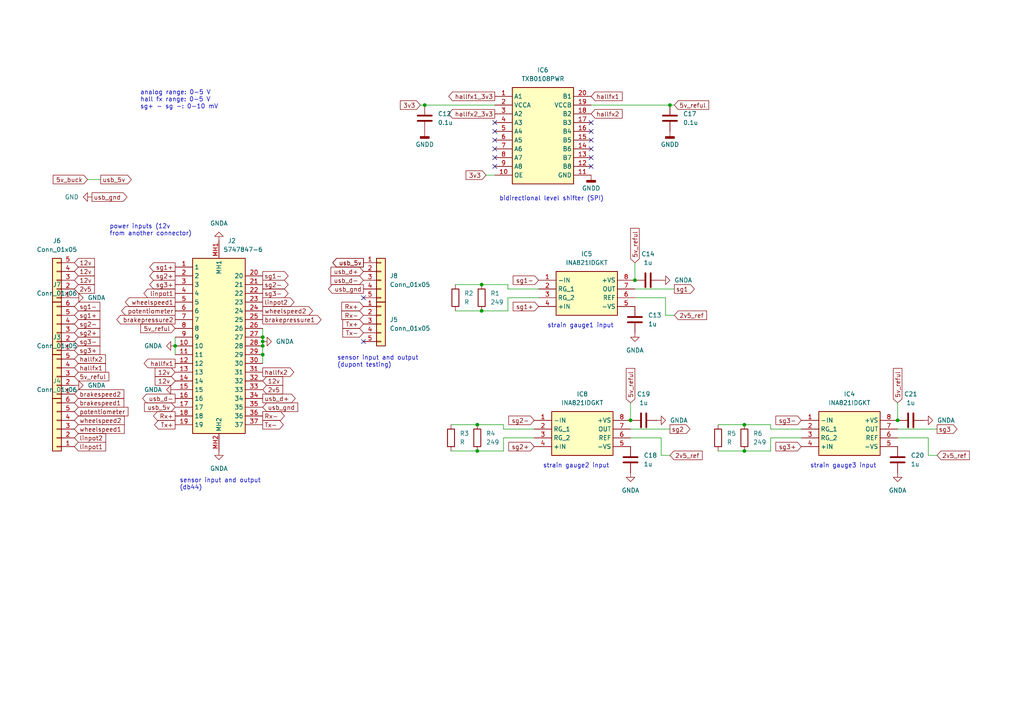
<source format=kicad_sch>
(kicad_sch (version 20230121) (generator eeschema)
  (paper "A4")
  (lib_symbols
    (symbol "21xt_symbols:5747847-6"
      (property "Reference" "J" (at 57.15 12.7 0))
      (property "Value" "5747847-6" (at 57.15 10.16 0))
      (symbol "5747847-6_1_1"
        (rectangle (start 5.08 7.62) (end 55.88 -7.62) (stroke (width 0.254)) (fill (type background)))
        (pin passive line (at 53.34 12.7 270) (length 5.08) (name "1") (number "1"))
        (pin passive line (at 30.48 12.7 270) (length 5.08) (name "10") (number "10"))
        (pin passive line (at 27.94 12.7 270) (length 5.08) (name "11") (number "11"))
        (pin passive line (at 25.4 12.7 270) (length 5.08) (name "12") (number "12"))
        (pin passive line (at 22.86 12.7 270) (length 5.08) (name "13") (number "13"))
        (pin passive line (at 20.32 12.7 270) (length 5.08) (name "14") (number "14"))
        (pin passive line (at 17.78 12.7 270) (length 5.08) (name "15") (number "15"))
        (pin passive line (at 15.24 12.7 270) (length 5.08) (name "16") (number "16"))
        (pin passive line (at 12.7 12.7 270) (length 5.08) (name "17") (number "17"))
        (pin passive line (at 10.16 12.7 270) (length 5.08) (name "18") (number "18"))
        (pin passive line (at 7.62 12.7 270) (length 5.08) (name "19") (number "19"))
        (pin passive line (at 50.8 12.7 270) (length 5.08) (name "2") (number "2"))
        (pin passive line (at 50.8 -12.7 90) (length 5.08) (name "20") (number "20"))
        (pin passive line (at 48.26 -12.7 90) (length 5.08) (name "21") (number "21"))
        (pin passive line (at 45.72 -12.7 90) (length 5.08) (name "22") (number "22"))
        (pin passive line (at 43.18 -12.7 90) (length 5.08) (name "23") (number "23"))
        (pin passive line (at 40.64 -12.7 90) (length 5.08) (name "24") (number "24"))
        (pin passive line (at 38.1 -12.7 90) (length 5.08) (name "25") (number "25"))
        (pin passive line (at 35.56 -12.7 90) (length 5.08) (name "26") (number "26"))
        (pin passive line (at 33.02 -12.7 90) (length 5.08) (name "27") (number "27"))
        (pin passive line (at 30.48 -12.7 90) (length 5.08) (name "28") (number "28"))
        (pin passive line (at 27.94 -12.7 90) (length 5.08) (name "29") (number "29"))
        (pin passive line (at 48.26 12.7 270) (length 5.08) (name "3") (number "3"))
        (pin passive line (at 25.4 -12.7 90) (length 5.08) (name "30") (number "30"))
        (pin passive line (at 22.86 -12.7 90) (length 5.08) (name "31") (number "31"))
        (pin passive line (at 20.32 -12.7 90) (length 5.08) (name "32") (number "32"))
        (pin passive line (at 17.78 -12.7 90) (length 5.08) (name "33") (number "33"))
        (pin passive line (at 15.24 -12.7 90) (length 5.08) (name "34") (number "34"))
        (pin passive line (at 12.7 -12.7 90) (length 5.08) (name "35") (number "35"))
        (pin passive line (at 10.16 -12.7 90) (length 5.08) (name "36") (number "36"))
        (pin passive line (at 7.62 -12.7 90) (length 5.08) (name "37") (number "37"))
        (pin passive line (at 45.72 12.7 270) (length 5.08) (name "4") (number "4"))
        (pin passive line (at 43.18 12.7 270) (length 5.08) (name "5") (number "5"))
        (pin passive line (at 40.64 12.7 270) (length 5.08) (name "6") (number "6"))
        (pin passive line (at 38.1 12.7 270) (length 5.08) (name "7") (number "7"))
        (pin passive line (at 35.56 12.7 270) (length 5.08) (name "8") (number "8"))
        (pin passive line (at 33.02 12.7 270) (length 5.08) (name "9") (number "9"))
        (pin passive line (at 60.96 0 180) (length 5.08) (name "MH1") (number "MH1"))
        (pin passive line (at 0 0 0) (length 5.08) (name "MH2") (number "MH2"))
      )
    )
    (symbol "21xt_symbols:INA821IDGKT"
      (property "Reference" "IC" (at 24.13 7.62 0))
      (property "Value" "INA821IDGKT" (at 24.13 5.08 0))
      (symbol "INA821IDGKT_1_1"
        (rectangle (start 5.08 2.54) (end 22.86 -10.16) (stroke (width 0.254)) (fill (type background)))
        (pin input line (at 0 0 0) (length 5.08) (name "-IN") (number "1"))
        (pin passive line (at 0 -2.54 0) (length 5.08) (name "RG_1") (number "2"))
        (pin passive line (at 0 -5.08 0) (length 5.08) (name "RG_2") (number "3"))
        (pin input line (at 0 -7.62 0) (length 5.08) (name "+IN") (number "4"))
        (pin power_in line (at 27.94 -7.62 180) (length 5.08) (name "-VS") (number "5"))
        (pin passive line (at 27.94 -5.08 180) (length 5.08) (name "REF") (number "6"))
        (pin output line (at 27.94 -2.54 180) (length 5.08) (name "OUT") (number "7"))
        (pin power_in line (at 27.94 0 180) (length 5.08) (name "+VS") (number "8"))
      )
    )
    (symbol "21xt_symbols:TXB0108PWR"
      (property "Reference" "IC" (at 24.13 7.62 0))
      (property "Value" "TXB0108PWR" (at 24.13 5.08 0))
      (symbol "TXB0108PWR_1_1"
        (rectangle (start 5.08 2.54) (end 22.86 -25.4) (stroke (width 0.254)) (fill (type background)))
        (pin passive line (at 0 0 0) (length 5.08) (name "A1") (number "1"))
        (pin passive line (at 0 -22.86 0) (length 5.08) (name "OE") (number "10"))
        (pin passive line (at 27.94 -22.86 180) (length 5.08) (name "GND") (number "11"))
        (pin passive line (at 27.94 -20.32 180) (length 5.08) (name "B8") (number "12"))
        (pin passive line (at 27.94 -17.78 180) (length 5.08) (name "B7") (number "13"))
        (pin passive line (at 27.94 -15.24 180) (length 5.08) (name "B6") (number "14"))
        (pin passive line (at 27.94 -12.7 180) (length 5.08) (name "B5") (number "15"))
        (pin passive line (at 27.94 -10.16 180) (length 5.08) (name "B4") (number "16"))
        (pin passive line (at 27.94 -7.62 180) (length 5.08) (name "B3") (number "17"))
        (pin passive line (at 27.94 -5.08 180) (length 5.08) (name "B2") (number "18"))
        (pin passive line (at 27.94 -2.54 180) (length 5.08) (name "VCCB") (number "19"))
        (pin passive line (at 0 -2.54 0) (length 5.08) (name "VCCA") (number "2"))
        (pin passive line (at 27.94 0 180) (length 5.08) (name "B1") (number "20"))
        (pin passive line (at 0 -5.08 0) (length 5.08) (name "A2") (number "3"))
        (pin passive line (at 0 -7.62 0) (length 5.08) (name "A3") (number "4"))
        (pin passive line (at 0 -10.16 0) (length 5.08) (name "A4") (number "5"))
        (pin passive line (at 0 -12.7 0) (length 5.08) (name "A5") (number "6"))
        (pin passive line (at 0 -15.24 0) (length 5.08) (name "A6") (number "7"))
        (pin passive line (at 0 -17.78 0) (length 5.08) (name "A7") (number "8"))
        (pin passive line (at 0 -20.32 0) (length 5.08) (name "A8") (number "9"))
      )
    )
    (symbol "Connector_Generic:Conn_01x05" (pin_names (offset 1.016) hide)
      (property "Reference" "J" (at 0 7.62 0))
      (property "Value" "Conn_01x05" (at 0 -7.62 0))
      (symbol "Conn_01x05_1_1"
        (rectangle (start -1.27 -4.953) (end 0 -5.207) (stroke (width 0.1524)))
        (rectangle (start -1.27 -2.413) (end 0 -2.667) (stroke (width 0.1524)))
        (rectangle (start -1.27 0.127) (end 0 -0.127) (stroke (width 0.1524)))
        (rectangle (start -1.27 2.667) (end 0 2.413) (stroke (width 0.1524)))
        (rectangle (start -1.27 5.207) (end 0 4.953) (stroke (width 0.1524)))
        (rectangle (start -1.27 6.35) (end 1.27 -6.35) (stroke (width 0.254)) (fill (type background)))
        (pin passive line (at -5.08 5.08 0) (length 3.81) (name "Pin_1") (number "1"))
        (pin passive line (at -5.08 2.54 0) (length 3.81) (name "Pin_2") (number "2"))
        (pin passive line (at -5.08 0 0) (length 3.81) (name "Pin_3") (number "3"))
        (pin passive line (at -5.08 -2.54 0) (length 3.81) (name "Pin_4") (number "4"))
        (pin passive line (at -5.08 -5.08 0) (length 3.81) (name "Pin_5") (number "5"))
      )
    )
    (symbol "Connector_Generic:Conn_01x06" (pin_names (offset 1.016) hide)
      (property "Reference" "J" (at 0 7.62 0))
      (property "Value" "Conn_01x06" (at 0 -10.16 0))
      (symbol "Conn_01x06_1_1"
        (rectangle (start -1.27 -7.493) (end 0 -7.747) (stroke (width 0.1524)))
        (rectangle (start -1.27 -4.953) (end 0 -5.207) (stroke (width 0.1524)))
        (rectangle (start -1.27 -2.413) (end 0 -2.667) (stroke (width 0.1524)))
        (rectangle (start -1.27 0.127) (end 0 -0.127) (stroke (width 0.1524)))
        (rectangle (start -1.27 2.667) (end 0 2.413) (stroke (width 0.1524)))
        (rectangle (start -1.27 5.207) (end 0 4.953) (stroke (width 0.1524)))
        (rectangle (start -1.27 6.35) (end 1.27 -8.89) (stroke (width 0.254)) (fill (type background)))
        (pin passive line (at -5.08 5.08 0) (length 3.81) (name "Pin_1") (number "1"))
        (pin passive line (at -5.08 2.54 0) (length 3.81) (name "Pin_2") (number "2"))
        (pin passive line (at -5.08 0 0) (length 3.81) (name "Pin_3") (number "3"))
        (pin passive line (at -5.08 -2.54 0) (length 3.81) (name "Pin_4") (number "4"))
        (pin passive line (at -5.08 -5.08 0) (length 3.81) (name "Pin_5") (number "5"))
        (pin passive line (at -5.08 -7.62 0) (length 3.81) (name "Pin_6") (number "6"))
      )
    )
    (symbol "Device:C" (pin_numbers hide) (pin_names (offset 0.254))
      (property "Reference" "C" (at 0.635 2.54 0))
      (property "Value" "C" (at 0.635 -2.54 0))
      (symbol "C_0_1"
        (polyline (pts (xy -2.032 -0.762) (xy 2.032 -0.762)) (stroke (width 0.508)))
        (polyline (pts (xy -2.032 0.762) (xy 2.032 0.762)) (stroke (width 0.508)))
      )
      (symbol "C_1_1"
        (pin passive line (at 0 3.81 270) (length 2.794) (name "~") (number "1"))
        (pin passive line (at 0 -3.81 90) (length 2.794) (name "~") (number "2"))
      )
    )
    (symbol "Device:R" (pin_numbers hide) (pin_names (offset 0))
      (property "Reference" "R" (at 2.032 0 90))
      (property "Value" "R" (at 0 0 90))
      (symbol "R_0_1"
        (rectangle (start -1.016 -2.54) (end 1.016 2.54) (stroke (width 0.254)))
      )
      (symbol "R_1_1"
        (pin passive line (at 0 3.81 270) (length 1.27) (name "~") (number "1"))
        (pin passive line (at 0 -3.81 90) (length 1.27) (name "~") (number "2"))
      )
    )
    (symbol "power:GND" (power) (pin_names (offset 0))
      (property "Value" "GND" (at 0 -3.81 0))
      (symbol "GND_0_1"
        (polyline (pts (xy 0 0) (xy 0 -1.27) (xy 1.27 -1.27) (xy 0 -2.54) (xy -1.27 -1.27) (xy 0 -1.27)))
      )
      (symbol "GND_1_1"
        (pin power_in line (at 0 0 270) (length 0) hide (name "GND") (number "1"))
      )
    )
    (symbol "power:GNDA" (power) (pin_names (offset 0))
      (property "Value" "GNDA" (at 0 -3.81 0))
      (symbol "GNDA_0_1"
        (polyline (pts (xy 0 0) (xy 0 -1.27) (xy 1.27 -1.27) (xy 0 -2.54) (xy -1.27 -1.27) (xy 0 -1.27)))
      )
      (symbol "GNDA_1_1"
        (pin power_in line (at 0 0 270) (length 0) hide (name "GNDA") (number "1"))
      )
    )
    (symbol "power:GNDD" (power) (pin_names (offset 0))
      (property "Value" "GNDD" (at 0 -3.175 0))
      (symbol "GNDD_0_1"
        (rectangle (start -1.27 -1.524) (end 1.27 -2.032) (stroke (width 0.254)) (fill (type outline)))
        (polyline (pts (xy 0 0) (xy 0 -1.524)))
      )
      (symbol "GNDD_1_1"
        (pin power_in line (at 0 0 270) (length 0) hide (name "GNDD") (number "1"))
      )
    )
  )
  (junction (at 76.2 102.87))
  (junction (at 139.7 82.55))
  (junction (at 215.9 130.81))
  (junction (at 184.15 81.28))
  (junction (at 138.43 130.81))
  (junction (at 260.35 121.92))
  (junction (at 182.88 121.92))
  (junction (at 194.31 30.48))
  (junction (at 50.8 100.33))
  (junction (at 123.19 30.48))
  (junction (at 76.2 99.06))
  (junction (at 139.7 90.17))
  (junction (at 76.2 100.33))
  (junction (at 215.9 123.19))
  (junction (at 138.43 123.19))
  (junction (at 76.2 97.79))
  (no_connect (at 143.51 43.18))
  (no_connect (at 171.45 35.56))
  (no_connect (at 171.45 45.72))
  (no_connect (at 143.51 40.64))
  (no_connect (at 143.51 45.72))
  (no_connect (at 143.51 38.1))
  (no_connect (at 105.41 86.36))
  (no_connect (at 105.41 99.06))
  (no_connect (at 171.45 38.1))
  (no_connect (at 171.45 40.64))
  (no_connect (at 143.51 35.56))
  (no_connect (at 171.45 48.26))
  (no_connect (at 171.45 43.18))
  (no_connect (at 143.51 48.26))
  (wire (pts (xy 147.32 82.55) (xy 147.32 83.82)))
  (wire (pts (xy 121.92 30.48) (xy 123.19 30.48)))
  (wire (pts (xy 193.04 91.44) (xy 195.58 91.44)))
  (wire (pts (xy 147.32 86.36) (xy 147.32 90.17)))
  (wire (pts (xy 215.9 130.81) (xy 223.52 130.81)))
  (wire (pts (xy 260.35 124.46) (xy 271.78 124.46)))
  (wire (pts (xy 260.35 127) (xy 269.24 127)))
  (wire (pts (xy 191.77 132.08) (xy 194.31 132.08)))
  (wire (pts (xy 182.88 124.46) (xy 194.31 124.46)))
  (wire (pts (xy 232.41 127) (xy 223.52 127)))
  (wire (pts (xy 147.32 83.82) (xy 156.21 83.82)))
  (wire (pts (xy 184.15 86.36) (xy 193.04 86.36)))
  (wire (pts (xy 25.4 52.07) (xy 29.21 52.07)))
  (wire (pts (xy 76.2 95.25) (xy 76.2 97.79)))
  (wire (pts (xy 132.08 90.17) (xy 139.7 90.17)))
  (wire (pts (xy 130.81 123.19) (xy 138.43 123.19)))
  (wire (pts (xy 194.31 30.48) (xy 195.58 30.48)))
  (wire (pts (xy 184.15 83.82) (xy 195.58 83.82)))
  (wire (pts (xy 140.97 50.8) (xy 143.51 50.8)))
  (wire (pts (xy 50.8 102.87) (xy 50.8 100.33)))
  (wire (pts (xy 208.28 130.81) (xy 215.9 130.81)))
  (wire (pts (xy 138.43 123.19) (xy 146.05 123.19)))
  (wire (pts (xy 215.9 123.19) (xy 223.52 123.19)))
  (wire (pts (xy 139.7 82.55) (xy 147.32 82.55)))
  (wire (pts (xy 260.35 116.84) (xy 260.35 121.92)))
  (wire (pts (xy 132.08 82.55) (xy 139.7 82.55)))
  (wire (pts (xy 182.88 116.84) (xy 182.88 121.92)))
  (wire (pts (xy 208.28 123.19) (xy 215.9 123.19)))
  (wire (pts (xy 223.52 123.19) (xy 223.52 124.46)))
  (wire (pts (xy 76.2 99.06) (xy 76.2 100.33)))
  (wire (pts (xy 269.24 127) (xy 269.24 132.08)))
  (wire (pts (xy 184.15 76.2) (xy 184.15 81.28)))
  (wire (pts (xy 191.77 127) (xy 191.77 132.08)))
  (wire (pts (xy 269.24 132.08) (xy 271.78 132.08)))
  (wire (pts (xy 156.21 86.36) (xy 147.32 86.36)))
  (wire (pts (xy 193.04 86.36) (xy 193.04 91.44)))
  (wire (pts (xy 182.88 127) (xy 191.77 127)))
  (wire (pts (xy 50.8 97.79) (xy 50.8 100.33)))
  (wire (pts (xy 130.81 130.81) (xy 138.43 130.81)))
  (wire (pts (xy 223.52 127) (xy 223.52 130.81)))
  (wire (pts (xy 146.05 124.46) (xy 154.94 124.46)))
  (wire (pts (xy 171.45 30.48) (xy 194.31 30.48)))
  (wire (pts (xy 76.2 97.79) (xy 76.2 99.06)))
  (wire (pts (xy 123.19 30.48) (xy 143.51 30.48)))
  (wire (pts (xy 223.52 124.46) (xy 232.41 124.46)))
  (wire (pts (xy 139.7 90.17) (xy 147.32 90.17)))
  (wire (pts (xy 76.2 100.33) (xy 76.2 102.87)))
  (wire (pts (xy 154.94 127) (xy 146.05 127)))
  (wire (pts (xy 76.2 102.87) (xy 76.2 105.41)))
  (wire (pts (xy 146.05 127) (xy 146.05 130.81)))
  (wire (pts (xy 138.43 130.81) (xy 146.05 130.81)))
  (wire (pts (xy 146.05 123.19) (xy 146.05 124.46)))
  (text "bidirectional level shifter (SPI)" (at 144.78 58.42 0) (effects (font (size 1.27 1.27)) (justify left bottom)))
  (text "power inputs (12v \nfrom another connector)" (at 31.75 68.58 0) (effects (font (size 1.27 1.27)) (justify left bottom)))
  (text "strain gauge3 input" (at 234.95 135.89 0) (effects (font (size 1.27 1.27)) (justify left bottom)))
  (text "strain gauge1 input" (at 158.75 95.25 0) (effects (font (size 1.27 1.27)) (justify left bottom)))
  (text "sensor input and output\n(db44)" (at 52.07 142.24 0) (effects (font (size 1.27 1.27)) (justify left bottom)))
  (text "strain gauge2 input" (at 157.48 135.89 0) (effects (font (size 1.27 1.27)) (justify left bottom)))
  (text "analog range: 0-5 V\nhall fx range: 0-5 V\nsg+ - sg -: 0-10 mV" (at 40.64 31.75 0) (effects (font (size 1.27 1.27)) (justify left bottom)))
  (text "sensor input and output\n(dupont testing)\n" (at 97.79 106.68 0) (effects (font (size 1.27 1.27)) (justify left bottom)))
  (global_label "sg1+" (shape input) (at 156.21 88.9 180) (property "Intersheetrefs" "${INTERSHEET_REFS}" (effects hide)))
  (global_label "hallfx2" (shape output) (at 76.2 107.95 0) (property "Intersheetrefs" "${INTERSHEET_REFS}" (effects hide)))
  (global_label "2v5" (shape input) (at 21.59 83.82 0) (property "Intersheetrefs" "${INTERSHEET_REFS}" (effects hide)))
  (global_label "usb_5v" (shape output) (at 105.41 76.2 180) (property "Intersheetrefs" "${INTERSHEET_REFS}" (effects hide)))
  (global_label "hallfx2_3v3" (shape output) (at 143.51 33.02 180) (property "Intersheetrefs" "${INTERSHEET_REFS}" (effects hide)))
  (global_label "wheelspeed1" (shape input) (at 21.59 124.46 0) (property "Intersheetrefs" "${INTERSHEET_REFS}" (effects hide)))
  (global_label "Rx+" (shape input) (at 105.41 88.9 180) (property "Intersheetrefs" "${INTERSHEET_REFS}" (effects hide)))
  (global_label "12v" (shape input) (at 50.8 110.49 180) (property "Intersheetrefs" "${INTERSHEET_REFS}" (effects hide)))
  (global_label "2v5" (shape input) (at 76.2 113.03 0) (property "Intersheetrefs" "${INTERSHEET_REFS}" (effects hide)))
  (global_label "2v5_ref" (shape input) (at 271.78 132.08 0) (property "Intersheetrefs" "${INTERSHEET_REFS}" (effects hide)))
  (global_label "12v" (shape input) (at 76.2 110.49 0) (property "Intersheetrefs" "${INTERSHEET_REFS}" (effects hide)))
  (global_label "hallfx1" (shape output) (at 50.8 105.41 180) (property "Intersheetrefs" "${INTERSHEET_REFS}" (effects hide)))
  (global_label "hallfx2" (shape input) (at 21.59 104.14 0) (property "Intersheetrefs" "${INTERSHEET_REFS}" (effects hide)))
  (global_label "5v_reful" (shape input) (at 21.59 109.22 0) (property "Intersheetrefs" "${INTERSHEET_REFS}" (effects hide)))
  (global_label "linpot2" (shape input) (at 21.59 127 0) (property "Intersheetrefs" "${INTERSHEET_REFS}" (effects hide)))
  (global_label "usb_gnd" (shape input) (at 76.2 118.11 0) (property "Intersheetrefs" "${INTERSHEET_REFS}" (effects hide)))
  (global_label "sg3+" (shape output) (at 50.8 82.55 180) (property "Intersheetrefs" "${INTERSHEET_REFS}" (effects hide)))
  (global_label "potentiometer" (shape output) (at 50.8 90.17 180) (property "Intersheetrefs" "${INTERSHEET_REFS}" (effects hide)))
  (global_label "brakepressure2" (shape output) (at 50.8 92.71 180) (property "Intersheetrefs" "${INTERSHEET_REFS}" (effects hide)))
  (global_label "12v" (shape input) (at 50.8 107.95 180) (property "Intersheetrefs" "${INTERSHEET_REFS}" (effects hide)))
  (global_label "sg2-" (shape input) (at 21.59 93.98 0) (property "Intersheetrefs" "${INTERSHEET_REFS}" (effects hide)))
  (global_label "usb_gnd" (shape output) (at 26.67 57.15 0) (property "Intersheetrefs" "${INTERSHEET_REFS}" (effects hide)))
  (global_label "sg3" (shape output) (at 271.78 124.46 0) (property "Intersheetrefs" "${INTERSHEET_REFS}" (effects hide)))
  (global_label "hallfx2" (shape input) (at 171.45 33.02 0) (property "Intersheetrefs" "${INTERSHEET_REFS}" (effects hide)))
  (global_label "5v_reful" (shape input) (at 50.8 95.25 180) (property "Intersheetrefs" "${INTERSHEET_REFS}" (effects hide)))
  (global_label "5v_reful" (shape input) (at 182.88 116.84 90) (property "Intersheetrefs" "${INTERSHEET_REFS}" (effects hide)))
  (global_label "sg2+" (shape output) (at 50.8 80.01 180) (property "Intersheetrefs" "${INTERSHEET_REFS}" (effects hide)))
  (global_label "Rx+" (shape output) (at 50.8 120.65 180) (property "Intersheetrefs" "${INTERSHEET_REFS}" (effects hide)))
  (global_label "wheelspeed2" (shape input) (at 21.59 121.92 0) (property "Intersheetrefs" "${INTERSHEET_REFS}" (effects hide)))
  (global_label "usb_5v" (shape output) (at 29.21 52.07 0) (property "Intersheetrefs" "${INTERSHEET_REFS}" (effects hide)))
  (global_label "2v5_ref" (shape input) (at 194.31 132.08 0) (property "Intersheetrefs" "${INTERSHEET_REFS}" (effects hide)))
  (global_label "linpot1" (shape output) (at 50.8 85.09 180) (property "Intersheetrefs" "${INTERSHEET_REFS}" (effects hide)))
  (global_label "usb_5v" (shape output) (at 105.41 76.2 180) (property "Intersheetrefs" "${INTERSHEET_REFS}" (effects hide)))
  (global_label "sg1" (shape output) (at 195.58 83.82 0) (property "Intersheetrefs" "${INTERSHEET_REFS}" (effects hide)))
  (global_label "potentiometer" (shape input) (at 21.59 119.38 0) (property "Intersheetrefs" "${INTERSHEET_REFS}" (effects hide)))
  (global_label "2v5_ref" (shape input) (at 195.58 91.44 0) (property "Intersheetrefs" "${INTERSHEET_REFS}" (effects hide)))
  (global_label "sg2" (shape output) (at 194.31 124.46 0) (property "Intersheetrefs" "${INTERSHEET_REFS}" (effects hide)))
  (global_label "sg2+" (shape input) (at 21.59 96.52 0) (property "Intersheetrefs" "${INTERSHEET_REFS}" (effects hide)))
  (global_label "sg1-" (shape input) (at 21.59 88.9 0) (property "Intersheetrefs" "${INTERSHEET_REFS}" (effects hide)))
  (global_label "Tx-" (shape input) (at 105.41 96.52 180) (property "Intersheetrefs" "${INTERSHEET_REFS}" (effects hide)))
  (global_label "sg2+" (shape input) (at 154.94 129.54 180) (property "Intersheetrefs" "${INTERSHEET_REFS}" (effects hide)))
  (global_label "3v3" (shape input) (at 140.97 50.8 180) (property "Intersheetrefs" "${INTERSHEET_REFS}" (effects hide)))
  (global_label "Tx+" (shape output) (at 50.8 123.19 180) (property "Intersheetrefs" "${INTERSHEET_REFS}" (effects hide)))
  (global_label "usb_d+" (shape input) (at 105.41 78.74 180) (property "Intersheetrefs" "${INTERSHEET_REFS}" (effects hide)))
  (global_label "wheelspeed2" (shape output) (at 76.2 90.17 0) (property "Intersheetrefs" "${INTERSHEET_REFS}" (effects hide)))
  (global_label "sg3-" (shape input) (at 232.41 121.92 180) (property "Intersheetrefs" "${INTERSHEET_REFS}" (effects hide)))
  (global_label "3v3" (shape input) (at 121.92 30.48 180) (property "Intersheetrefs" "${INTERSHEET_REFS}" (effects hide)))
  (global_label "brakepressure1" (shape output) (at 76.2 92.71 0) (property "Intersheetrefs" "${INTERSHEET_REFS}" (effects hide)))
  (global_label "Tx+" (shape input) (at 105.41 93.98 180) (property "Intersheetrefs" "${INTERSHEET_REFS}" (effects hide)))
  (global_label "5v_reful" (shape input) (at 184.15 76.2 90) (property "Intersheetrefs" "${INTERSHEET_REFS}" (effects hide)))
  (global_label "hallfx1_3v3" (shape output) (at 143.51 27.94 180) (property "Intersheetrefs" "${INTERSHEET_REFS}" (effects hide)))
  (global_label "hallfx1" (shape input) (at 171.45 27.94 0) (property "Intersheetrefs" "${INTERSHEET_REFS}" (effects hide)))
  (global_label "5v_buck" (shape input) (at 25.4 52.07 180) (property "Intersheetrefs" "${INTERSHEET_REFS}" (effects hide)))
  (global_label "usb_d+" (shape output) (at 76.2 115.57 0) (property "Intersheetrefs" "${INTERSHEET_REFS}" (effects hide)))
  (global_label "Rx-" (shape output) (at 76.2 120.65 0) (property "Intersheetrefs" "${INTERSHEET_REFS}" (effects hide)))
  (global_label "sg2-" (shape output) (at 76.2 82.55 0) (property "Intersheetrefs" "${INTERSHEET_REFS}" (effects hide)))
  (global_label "Tx-" (shape output) (at 76.2 123.19 0) (property "Intersheetrefs" "${INTERSHEET_REFS}" (effects hide)))
  (global_label "sg2-" (shape input) (at 154.94 121.92 180) (property "Intersheetrefs" "${INTERSHEET_REFS}" (effects hide)))
  (global_label "sg3-" (shape output) (at 76.2 85.09 0) (property "Intersheetrefs" "${INTERSHEET_REFS}" (effects hide)))
  (global_label "sg1-" (shape output) (at 76.2 80.01 0) (property "Intersheetrefs" "${INTERSHEET_REFS}" (effects hide)))
  (global_label "usb_gnd" (shape output) (at 105.41 83.82 180) (property "Intersheetrefs" "${INTERSHEET_REFS}" (effects hide)))
  (global_label "brakespeed1" (shape input) (at 21.59 116.84 0) (property "Intersheetrefs" "${INTERSHEET_REFS}" (effects hide)))
  (global_label "sg3+" (shape input) (at 21.59 101.6 0) (property "Intersheetrefs" "${INTERSHEET_REFS}" (effects hide)))
  (global_label "sg1+" (shape output) (at 50.8 77.47 180) (property "Intersheetrefs" "${INTERSHEET_REFS}" (effects hide)))
  (global_label "wheelspeed1" (shape output) (at 50.8 87.63 180) (property "Intersheetrefs" "${INTERSHEET_REFS}" (effects hide)))
  (global_label "12v" (shape input) (at 21.59 76.2 0) (property "Intersheetrefs" "${INTERSHEET_REFS}" (effects hide)))
  (global_label "12v" (shape input) (at 21.59 81.28 0) (property "Intersheetrefs" "${INTERSHEET_REFS}" (effects hide)))
  (global_label "Rx-" (shape input) (at 105.41 91.44 180) (property "Intersheetrefs" "${INTERSHEET_REFS}" (effects hide)))
  (global_label "usb_d-" (shape input) (at 105.41 81.28 180) (property "Intersheetrefs" "${INTERSHEET_REFS}" (effects hide)))
  (global_label "linpot2" (shape output) (at 76.2 87.63 0) (property "Intersheetrefs" "${INTERSHEET_REFS}" (effects hide)))
  (global_label "hallfx1" (shape input) (at 21.59 106.68 0) (property "Intersheetrefs" "${INTERSHEET_REFS}" (effects hide)))
  (global_label "5v_reful" (shape input) (at 260.35 116.84 90) (property "Intersheetrefs" "${INTERSHEET_REFS}" (effects hide)))
  (global_label "sg3+" (shape input) (at 232.41 129.54 180) (property "Intersheetrefs" "${INTERSHEET_REFS}" (effects hide)))
  (global_label "linpot1" (shape input) (at 21.59 129.54 0) (property "Intersheetrefs" "${INTERSHEET_REFS}" (effects hide)))
  (global_label "5v_reful" (shape input) (at 195.58 30.48 0) (property "Intersheetrefs" "${INTERSHEET_REFS}" (effects hide)))
  (global_label "brakespeed2" (shape input) (at 21.59 114.3 0) (property "Intersheetrefs" "${INTERSHEET_REFS}" (effects hide)))
  (global_label "sg1+" (shape input) (at 21.59 91.44 0) (property "Intersheetrefs" "${INTERSHEET_REFS}" (effects hide)))
  (global_label "sg3-" (shape input) (at 21.59 99.06 0) (property "Intersheetrefs" "${INTERSHEET_REFS}" (effects hide)))
  (global_label "12v" (shape input) (at 21.59 78.74 0) (property "Intersheetrefs" "${INTERSHEET_REFS}" (effects hide)))
  (global_label "usb_d-" (shape output) (at 50.8 115.57 180) (property "Intersheetrefs" "${INTERSHEET_REFS}" (effects hide)))
  (global_label "sg1-" (shape input) (at 156.21 81.28 180) (property "Intersheetrefs" "${INTERSHEET_REFS}" (effects hide)))
  (global_label "usb_5v" (shape input) (at 50.8 118.11 180) (property "Intersheetrefs" "${INTERSHEET_REFS}" (effects hide)))
  (symbol (lib_id "Device:C") (at 194.31 34.29 0) (unit 1)
    (property "Reference" "C17" (at 198.12 33.02 0) (effects (justify left)))
    (property "Value" "0.1u" (at 198.12 35.56 0) (effects (justify left)))
    (property "Footprint" "Capacitor_SMD:C_0603_1608Metric" (effects hide))
  )
  (symbol (lib_id "power:GNDA") (at 184.15 96.52 0) (unit 1)
    (property "Reference" "#PWR025" (effects hide))
    (property "Value" "GNDA" (at 184.15 101.6 0))
  )
  (symbol (lib_id "power:GNDA") (at 260.35 137.16 0) (unit 1)
    (property "Reference" "#PWR032" (effects hide))
    (property "Value" "GNDA" (at 260.35 142.24 0))
  )
  (symbol (lib_id "21xt_symbols:INA821IDGKT") (at 154.94 121.92 0) (unit 1)
    (property "Reference" "IC8" (at 168.91 114.3 0))
    (property "Value" "INA821IDGKT" (at 168.91 116.84 0))
    (property "Footprint" "21xt_footprints:SOP65P490X110-8N" (effects hide))
    (property "Datasheet" "http://www.ti.com/lit/ds/symlink/ina821.pdf" (effects hide))
    (property "Height" "1.1" (effects hide))
    (property "Mouser Part Number" "595-INA821IDGKT" (effects hide))
    (property "Mouser Price/Stock" "https://www.mouser.co.uk/ProductDetail/Texas-Instruments/INA821IDGKT?qs=LDGDZb5k%2F%252B8diOW5CeiHfQ%3D%3D" (effects hide))
    (property "Manufacturer_Name" "Texas Instruments" (effects hide))
    (property "Manufacturer_Part_Number" "INA821IDGKT" (effects hide))
  )
  (symbol (lib_id "Device:R") (at 130.81 127 0) (unit 1)
    (property "Reference" "R3" (at 133.35 125.73 0) (effects (justify left)))
    (property "Value" "R" (at 133.35 128.27 0) (effects (justify left)))
    (property "Footprint" "Resistor_SMD:R_0603_1608Metric" (effects hide))
  )
  (symbol (lib_id "power:GNDA") (at 191.77 81.28 90) (unit 1)
    (property "Reference" "#PWR022" (effects hide))
    (property "Value" "GNDA" (at 195.58 81.28 90) (effects (justify right)))
  )
  (symbol (lib_id "Connector_Generic:Conn_01x05") (at 16.51 109.22 180) (unit 1)
    (property "Reference" "J3" (at 16.51 97.79 0))
    (property "Value" "Conn_01x05" (at 16.51 100.33 0))
    (property "Footprint" "Connector_JST:JST_EH_B5B-EH-A_1x05_P2.50mm_Vertical" (effects hide))
  )
  (symbol (lib_id "power:GNDA") (at 182.88 137.16 0) (unit 1)
    (property "Reference" "#PWR023" (effects hide))
    (property "Value" "GNDA" (at 182.88 142.24 0))
  )
  (symbol (lib_id "Device:R") (at 138.43 127 0) (unit 1)
    (property "Reference" "R4" (at 140.97 125.73 0) (effects (justify left)))
    (property "Value" "249" (at 140.97 128.27 0) (effects (justify left)))
    (property "Footprint" "Resistor_SMD:R_0603_1608Metric" (effects hide))
  )
  (symbol (lib_id "power:GNDA") (at 190.5 121.92 90) (unit 1)
    (property "Reference" "#PWR031" (effects hide))
    (property "Value" "GNDA" (at 194.31 121.92 90) (effects (justify right)))
  )
  (symbol (lib_id "Connector_Generic:Conn_01x05") (at 110.49 81.28 0) (unit 1)
    (property "Reference" "J8" (at 113.03 80.01 0) (effects (justify left)))
    (property "Value" "Conn_01x05" (at 113.03 82.55 0) (effects (justify left)))
    (property "Footprint" "Connector_JST:JST_EH_B5B-EH-A_1x05_P2.50mm_Vertical" (effects hide))
  )
  (symbol (lib_id "Connector_Generic:Conn_01x05") (at 110.49 93.98 0) (unit 1)
    (property "Reference" "J5" (at 113.03 92.71 0) (effects (justify left)))
    (property "Value" "Conn_01x05" (at 113.03 95.25 0) (effects (justify left)))
    (property "Footprint" "Connector_JST:JST_EH_B5B-EH-A_1x05_P2.50mm_Vertical" (effects hide))
  )
  (symbol (lib_id "power:GNDD") (at 123.19 38.1 0) (unit 1)
    (property "Reference" "#PWR015" (effects hide))
    (property "Value" "GNDD" (at 123.19 41.91 0))
  )
  (symbol (lib_id "Device:C") (at 187.96 81.28 90) (unit 1)
    (property "Reference" "C14" (at 187.96 73.66 90))
    (property "Value" "1u" (at 187.96 76.2 90))
    (property "Footprint" "Capacitor_SMD:C_0603_1608Metric" (effects hide))
  )
  (symbol (lib_id "Device:R") (at 132.08 86.36 0) (unit 1)
    (property "Reference" "R2" (at 134.62 85.09 0) (effects (justify left)))
    (property "Value" "R" (at 134.62 87.63 0) (effects (justify left)))
    (property "Footprint" "Resistor_SMD:R_0603_1608Metric" (effects hide))
  )
  (symbol (lib_id "power:GNDA") (at 21.59 86.36 90) (unit 1)
    (property "Reference" "#PWR038" (effects hide))
    (property "Value" "GNDA" (at 25.4 86.36 90) (effects (justify right)))
  )
  (symbol (lib_id "21xt_symbols:INA821IDGKT") (at 156.21 81.28 0) (unit 1)
    (property "Reference" "IC5" (at 170.18 73.66 0))
    (property "Value" "INA821IDGKT" (at 170.18 76.2 0))
    (property "Footprint" "21xt_footprints:SOP65P490X110-8N" (effects hide))
    (property "Datasheet" "http://www.ti.com/lit/ds/symlink/ina821.pdf" (effects hide))
    (property "Height" "1.1" (effects hide))
    (property "Mouser Part Number" "595-INA821IDGKT" (effects hide))
    (property "Mouser Price/Stock" "https://www.mouser.co.uk/ProductDetail/Texas-Instruments/INA821IDGKT?qs=LDGDZb5k%2F%252B8diOW5CeiHfQ%3D%3D" (effects hide))
    (property "Manufacturer_Name" "Texas Instruments" (effects hide))
    (property "Manufacturer_Part_Number" "INA821IDGKT" (effects hide))
  )
  (symbol (lib_id "Device:C") (at 123.19 34.29 0) (unit 1)
    (property "Reference" "C12" (at 127 33.02 0) (effects (justify left)))
    (property "Value" "0.1u" (at 127 35.56 0) (effects (justify left)))
    (property "Footprint" "Capacitor_SMD:C_0603_1608Metric" (effects hide))
  )
  (symbol (lib_id "power:GND") (at 26.67 57.15 270) (unit 1)
    (property "Reference" "#PWR050" (effects hide))
    (property "Value" "GND" (at 22.86 57.15 90) (effects (justify right)))
  )
  (symbol (lib_id "Connector_Generic:Conn_01x06") (at 16.51 96.52 180) (unit 1)
    (property "Reference" "J7" (at 16.51 82.55 0))
    (property "Value" "Conn_01x06" (at 16.51 85.09 0))
    (property "Footprint" "Connector_JST:JST_EH_B6B-EH-A_1x06_P2.50mm_Vertical" (effects hide))
  )
  (symbol (lib_id "power:GNDA") (at 267.97 121.92 90) (unit 1)
    (property "Reference" "#PWR033" (effects hide))
    (property "Value" "GNDA" (at 271.78 121.92 90) (effects (justify right)))
  )
  (symbol (lib_id "21xt_symbols:INA821IDGKT") (at 232.41 121.92 0) (unit 1)
    (property "Reference" "IC4" (at 246.38 114.3 0))
    (property "Value" "INA821IDGKT" (at 246.38 116.84 0))
    (property "Footprint" "21xt_footprints:SOP65P490X110-8N" (effects hide))
    (property "Datasheet" "http://www.ti.com/lit/ds/symlink/ina821.pdf" (effects hide))
    (property "Height" "1.1" (effects hide))
    (property "Mouser Part Number" "595-INA821IDGKT" (effects hide))
    (property "Mouser Price/Stock" "https://www.mouser.co.uk/ProductDetail/Texas-Instruments/INA821IDGKT?qs=LDGDZb5k%2F%252B8diOW5CeiHfQ%3D%3D" (effects hide))
    (property "Manufacturer_Name" "Texas Instruments" (effects hide))
    (property "Manufacturer_Part_Number" "INA821IDGKT" (effects hide))
  )
  (symbol (lib_id "Device:R") (at 215.9 127 0) (unit 1)
    (property "Reference" "R6" (at 218.44 125.73 0) (effects (justify left)))
    (property "Value" "249" (at 218.44 128.27 0) (effects (justify left)))
    (property "Footprint" "Resistor_SMD:R_0603_1608Metric" (effects hide))
  )
  (symbol (lib_id "Device:C") (at 184.15 92.71 0) (unit 1)
    (property "Reference" "C13" (at 187.96 91.44 0) (effects (justify left)))
    (property "Value" "1u" (at 187.96 93.98 0) (effects (justify left)))
    (property "Footprint" "Capacitor_SMD:C_0603_1608Metric" (effects hide))
  )
  (symbol (lib_id "power:GNDD") (at 194.31 38.1 0) (unit 1)
    (property "Reference" "#PWR028" (effects hide))
    (property "Value" "GNDD" (at 194.31 41.91 0))
  )
  (symbol (lib_id "power:GNDA") (at 63.5 130.81 0) (unit 1)
    (property "Reference" "#PWR059" (effects hide))
    (property "Value" "GNDA" (at 63.5 135.89 0))
  )
  (symbol (lib_id "Device:C") (at 264.16 121.92 90) (unit 1)
    (property "Reference" "C21" (at 264.16 114.3 90))
    (property "Value" "1u" (at 264.16 116.84 90))
    (property "Footprint" "Capacitor_SMD:C_0603_1608Metric" (effects hide))
  )
  (symbol (lib_id "power:GNDA") (at 76.2 99.06 90) (unit 1)
    (property "Reference" "#PWR011" (effects hide))
    (property "Value" "GNDA" (at 80.01 99.06 90) (effects (justify right)))
  )
  (symbol (lib_id "21xt_symbols:5747847-6") (at 63.5 130.81 90) (unit 1)
    (property "Reference" "J2" (at 66.04 69.85 90) (effects (justify right)))
    (property "Value" "5747847-6" (at 64.77 72.39 90) (effects (justify right)))
    (property "Footprint" "21xt_footprints:57478476" (effects hide))
    (property "Datasheet" "https://www.te.com/commerce/DocumentDelivery/DDEController?Action=srchrtrv&DocNm=82068_AMPLIMITE_Right-Angle_Posted_Conn&DocType=Catalog%20Section&DocLang=English&PartCntxt=5747847-6&DocFormat=pdf" (effects hide))
    (property "Height" "12.9286" (effects hide))
    (property "Manufacturer_Name" "TE Connectivity" (effects hide))
    (property "Manufacturer_Part_Number" "5747847-6" (effects hide))
    (property "Mouser Part Number" "571-5747847-6" (effects hide))
    (property "Mouser Price/Stock" "https://www.mouser.co.uk/ProductDetail/TE-Connectivity/5747847-6?qs=DUjmvCJSYRDRvMVFkAFvlQ%3D%3D" (effects hide))
    (property "Arrow Part Number" "5747847-6" (effects hide))
    (property "Arrow Price/Stock" "https://www.arrow.com/en/products/5747847-6/te-connectivity?region=nac" (effects hide))
  )
  (symbol (lib_id "Device:R") (at 139.7 86.36 0) (unit 1)
    (property "Reference" "R1" (at 142.24 85.09 0) (effects (justify left)))
    (property "Value" "249" (at 142.24 87.63 0) (effects (justify left)))
    (property "Footprint" "Resistor_SMD:R_0603_1608Metric" (effects hide))
  )
  (symbol (lib_id "21xt_symbols:TXB0108PWR") (at 143.51 27.94 0) (unit 1)
    (property "Reference" "IC6" (at 157.48 20.32 0))
    (property "Value" "TXB0108PWR" (at 157.48 22.86 0))
    (property "Footprint" "21xt_footprints:SOP65P640X120-20N" (effects hide))
    (property "Datasheet" "http://www.ti.com/lit/ds/symlink/txb0108.pdf" (effects hide))
    (property "Height" "1.2" (effects hide))
    (property "Mouser Part Number" "595-TXB0108PWR" (effects hide))
    (property "Mouser Price/Stock" "https://www.mouser.co.uk/ProductDetail/Texas-Instruments/TXB0108PWR?qs=oFXvjAmG9EgEUWGWzOVFCA%3D%3D" (effects hide))
    (property "Manufacturer_Name" "Texas Instruments" (effects hide))
    (property "Manufacturer_Part_Number" "TXB0108PWR" (effects hide))
  )
  (symbol (lib_id "Device:C") (at 182.88 133.35 0) (unit 1)
    (property "Reference" "C18" (at 186.69 132.08 0) (effects (justify left)))
    (property "Value" "1u" (at 186.69 134.62 0) (effects (justify left)))
    (property "Footprint" "Capacitor_SMD:C_0603_1608Metric" (effects hide))
  )
  (symbol (lib_id "power:GNDA") (at 50.8 113.03 270) (unit 1)
    (property "Reference" "#PWR037" (effects hide))
    (property "Value" "GNDA" (at 46.99 113.03 90) (effects (justify right)))
  )
  (symbol (lib_id "Device:C") (at 186.69 121.92 90) (unit 1)
    (property "Reference" "C19" (at 186.69 114.3 90))
    (property "Value" "1u" (at 186.69 116.84 90))
    (property "Footprint" "Capacitor_SMD:C_0603_1608Metric" (effects hide))
  )
  (symbol (lib_id "Connector_Generic:Conn_01x05") (at 16.51 81.28 180) (unit 1)
    (property "Reference" "J6" (at 16.51 69.85 0))
    (property "Value" "Conn_01x05" (at 16.51 72.39 0))
    (property "Footprint" "Connector_JST:JST_EH_B5B-EH-A_1x05_P2.50mm_Vertical" (effects hide))
  )
  (symbol (lib_id "power:GNDA") (at 63.5 69.85 180) (unit 1)
    (property "Reference" "#PWR060" (effects hide))
    (property "Value" "GNDA" (at 63.5 64.77 0))
  )
  (symbol (lib_id "power:GNDA") (at 21.59 111.76 90) (unit 1)
    (property "Reference" "#PWR012" (effects hide))
    (property "Value" "GNDA" (at 25.4 111.76 90) (effects (justify right)))
  )
  (symbol (lib_id "Connector_Generic:Conn_01x06") (at 16.51 124.46 180) (unit 1)
    (property "Reference" "J4" (at 16.51 110.49 0))
    (property "Value" "Conn_01x06" (at 16.51 113.03 0))
    (property "Footprint" "Connector_JST:JST_EH_B6B-EH-A_1x06_P2.50mm_Vertical" (effects hide))
  )
  (symbol (lib_id "power:GNDD") (at 171.45 50.8 0) (unit 1)
    (property "Reference" "#PWR019" (effects hide))
    (property "Value" "GNDD" (at 171.45 54.61 0))
  )
  (symbol (lib_id "Device:C") (at 260.35 133.35 0) (unit 1)
    (property "Reference" "C20" (at 264.16 132.08 0) (effects (justify left)))
    (property "Value" "1u" (at 264.16 134.62 0) (effects (justify left)))
    (property "Footprint" "Capacitor_SMD:C_0603_1608Metric" (effects hide))
  )
  (symbol (lib_id "power:GNDA") (at 50.8 100.33 270) (unit 1)
    (property "Reference" "#PWR010" (effects hide))
    (property "Value" "GNDA" (at 46.99 100.33 90) (effects (justify right)))
  )
  (symbol (lib_id "Device:R") (at 208.28 127 0) (unit 1)
    (property "Reference" "R5" (at 210.82 125.73 0) (effects (justify left)))
    (property "Value" "R" (at 210.82 128.27 0) (effects (justify left)))
    (property "Footprint" "Resistor_SMD:R_0603_1608Metric" (effects hide))
  )
)
</source>
